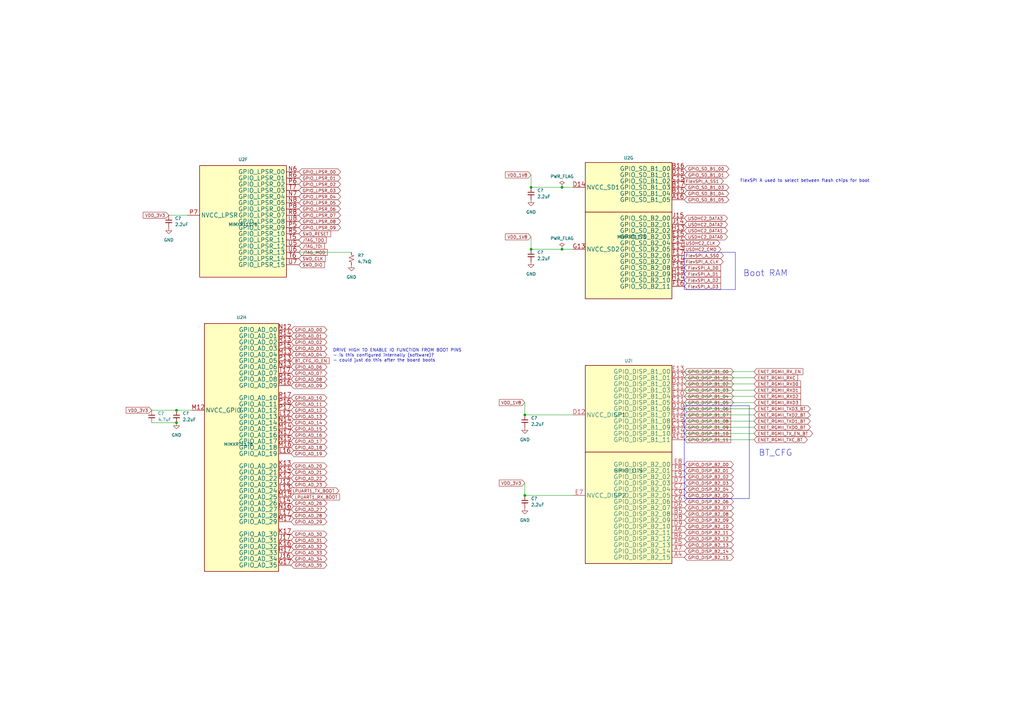
<source format=kicad_sch>
(kicad_sch (version 20230121) (generator eeschema)
  (paper "A3")
  (lib_symbols
    (symbol "Device:C_Small" (pin_numbers hide) (pin_names (offset 0.254) hide)
      (property "Reference" "C" (at 0.254 1.778 0))
      (property "Value" "C_Small" (at 0.254 -2.032 0))
      (symbol "C_Small_1_1"
        (pin passive line (at 0 2.54 270) (length 2.032) (name "~") (number "1"))
        (pin passive line (at 0 -2.54 90) (length 2.032) (name "~") (number "2"))
      )
    )
    (symbol "Device:R_Small_US" (pin_numbers hide) (pin_names (offset 0.254) hide)
      (property "Reference" "R" (at 0.762 0.508 0))
      (property "Value" "R_Small_US" (at 0.762 -1.016 0))
      (symbol "R_Small_US_1_1"
        (pin passive line (at 0 2.54 270) (length 1.016) (name "~") (number "1"))
        (pin passive line (at 0 -2.54 90) (length 1.016) (name "~") (number "2"))
      )
    )
    (symbol "adcs:MIMXRT1176"
      (property "Reference" "U" (at -13.97 50.8 0))
      (symbol "MIMXRT1176_0_2"
        (pin bidirectional line (at 25.4 -15.24 180) (length 5.08) (name "GPIO_SNVS_02") (number "L9"))
        (pin bidirectional line (at 25.4 -17.78 180) (length 5.08) (name "GPIO_SNVS_03") (number "M10"))
        (pin bidirectional line (at 25.4 -25.4 180) (length 5.08) (name "GPIO_SNVS_06") (number "M9"))
        (pin bidirectional line (at 25.4 -20.32 180) (length 5.08) (name "GPIO_SNVS_04") (number "N10"))
        (pin bidirectional line (at 25.4 -30.48 180) (length 5.08) (name "GPIO_SNVS_08") (number "N9"))
        (pin bidirectional line (at 25.4 -12.7 180) (length 5.08) (name "GPIO_SNVS_01") (number "P10"))
        (pin bidirectional line (at 25.4 -22.86 180) (length 5.08) (name "GPIO_SNVS_05") (number "P9"))
        (pin bidirectional line (at 25.4 -10.16 180) (length 5.08) (name "GPIO_SNVS_00") (number "R10"))
        (pin bidirectional line (at 25.4 -33.02 180) (length 5.08) (name "GPIO_SNVS_09") (number "R11"))
        (pin bidirectional line (at 25.4 -27.94 180) (length 5.08) (name "GPIO_SNVS_07") (number "R9"))
        (pin input line (at 25.4 20.32 180) (length 5.08) (name "~{POR}") (number "T10"))
        (pin input line (at 25.4 -2.54 180) (length 5.08) (name "TEST_MODE") (number "T11"))
        (pin input line (at -25.4 11.43 0) (length 5.08) (name "RTC_XTALI") (number "T13"))
        (pin power_in line (at -25.4 17.78 0) (length 5.08) (name "VDD_SNVS_DIG") (number "T14"))
        (pin passive line (at 25.4 25.4 180) (length 5.08) (name "WAKEUP") (number "T8"))
        (pin passive line (at 25.4 10.16 180) (length 5.08) (name "PMIC_STBY_REQ") (number "T9"))
        (pin input line (at 25.4 30.48 180) (length 5.08) (name "ONOFF") (number "U10"))
        (pin passive line (at -25.4 -20.32 0) (length 5.08) (name "NVCC_SNVS") (number "U11"))
        (pin power_in line (at -25.4 30.48 0) (length 5.08) (name "VDD_SNVS_IN") (number "U12"))
        (pin output line (at -25.4 3.81 0) (length 5.08) (name "RTC_XTALO") (number "U13"))
        (pin power_in line (at -25.4 25.4 0) (length 5.08) (name "VDD_SNVS_ANA") (number "U14"))
        (pin passive line (at 25.4 5.08 180) (length 5.08) (name "PMIC_ON_REQ") (number "U9"))
      )
      (symbol "MIMXRT1176_1_1"
        (text "(internal LDO output)" (at -20.32 27.432 0) (effects (font (size 1.27 1.27)) (justify left bottom)))
        (text "(internal LDO output)" (at -20.066 20.066 0) (effects (font (size 1.27 1.27)) (justify left bottom)))
        (pin bidirectional line (at 25.4 -15.24 180) (length 5.08) (name "GPIO_SNVS_02") (number "L9"))
        (pin bidirectional line (at 25.4 -17.78 180) (length 5.08) (name "GPIO_SNVS_03") (number "M10"))
        (pin bidirectional line (at 25.4 -25.4 180) (length 5.08) (name "GPIO_SNVS_06") (number "M9"))
        (pin bidirectional line (at 25.4 -20.32 180) (length 5.08) (name "GPIO_SNVS_04") (number "N10"))
        (pin bidirectional line (at 25.4 -30.48 180) (length 5.08) (name "GPIO_SNVS_08") (number "N9"))
        (pin bidirectional line (at 25.4 -12.7 180) (length 5.08) (name "GPIO_SNVS_01") (number "P10"))
        (pin bidirectional line (at 25.4 -22.86 180) (length 5.08) (name "GPIO_SNVS_05") (number "P9"))
        (pin bidirectional line (at 25.4 -10.16 180) (length 5.08) (name "GPIO_SNVS_00") (number "R10"))
        (pin bidirectional line (at 25.4 -33.02 180) (length 5.08) (name "GPIO_SNVS_09") (number "R11"))
        (pin bidirectional line (at 25.4 -27.94 180) (length 5.08) (name "GPIO_SNVS_07") (number "R9"))
        (pin input line (at 25.4 20.32 180) (length 5.08) (name "~{POR}") (number "T10"))
        (pin input line (at 25.4 -2.54 180) (length 5.08) (name "TEST_MODE") (number "T11"))
        (pin input line (at -25.4 11.43 0) (length 5.08) (name "RTC_XTALI") (number "T13"))
        (pin power_in line (at -25.4 17.78 0) (length 5.08) (name "VDD_SNVS_DIG") (number "T14"))
        (pin passive line (at 25.4 25.4 180) (length 5.08) (name "WAKEUP") (number "T8"))
        (pin passive line (at 25.4 10.16 180) (length 5.08) (name "PMIC_STBY_REQ") (number "T9"))
        (pin input line (at 25.4 30.48 180) (length 5.08) (name "ONOFF") (number "U10"))
        (pin passive line (at -25.4 -20.32 0) (length 5.08) (name "NVCC_SNVS") (number "U11"))
        (pin power_in line (at -25.4 30.48 0) (length 5.08) (name "VDD_SNVS_IN") (number "U12"))
        (pin output line (at -25.4 3.81 0) (length 5.08) (name "RTC_XTALO") (number "U13"))
        (pin power_in line (at -25.4 25.4 0) (length 5.08) (name "VDD_SNVS_ANA") (number "U14"))
        (pin passive line (at 25.4 5.08 180) (length 5.08) (name "PMIC_ON_REQ") (number "U9"))
      )
      (symbol "MIMXRT1176_2_1"
        (text "(internal LDO output)" (at -22.86 5.842 0) (effects (font (size 1.27 1.27)) (justify left bottom)))
        (text "(internal LDO output)" (at -22.86 13.716 0) (effects (font (size 1.27 1.27)) (justify left bottom)))
        (text "(internal LDO output)" (at -1.016 -9.398 0) (effects (font (size 1.27 1.27)) (justify left bottom)))
        (pin passive line (at 27.94 6.35 180) (length 5.08) (name "ADC_VREFH") (number "G16"))
        (pin passive line (at -27.94 -6.35 0) (length 5.08) (name "VDD_SOC_IN_3") (number "H10"))
        (pin passive line (at -27.94 -1.27 0) (length 5.08) (name "VDD_SOC_IN_1") (number "H8"))
        (pin passive line (at -27.94 -3.81 0) (length 5.08) (name "VDD_SOC_IN_2") (number "H9"))
        (pin passive line (at -27.94 -13.97 0) (length 5.08) (name "VDD_SOC_IN_6") (number "J10"))
        (pin power_in line (at 27.94 11.43 180) (length 5.08) (name "VDDA_ADC_3P3") (number "J13"))
        (pin passive line (at -27.94 -8.89 0) (length 5.08) (name "VDD_SOC_IN_4") (number "J8"))
        (pin passive line (at -27.94 -11.43 0) (length 5.08) (name "VDD_SOC_IN_5") (number "J9"))
        (pin passive line (at -27.94 -16.51 0) (length 5.08) (name "VDD_SOC_IN_7") (number "K10"))
        (pin power_in line (at 27.94 1.27 180) (length 5.08) (name "VDDA_ADC_1P8") (number "K15"))
        (pin power_in line (at 27.94 -3.81 180) (length 5.08) (name "VDDA_1P8_IN") (number "M11"))
        (pin power_in line (at 27.94 -16.51 180) (length 5.08) (name "VDDA_1P0") (number "N11"))
        (pin power_in line (at -27.94 3.81 0) (length 5.08) (name "VDD_LPSR_DIG") (number "P11"))
        (pin power_in line (at -27.94 11.43 0) (length 5.08) (name "VDD_LPSR_ANA") (number "P12"))
        (pin power_in line (at -27.94 19.05 0) (length 5.08) (name "VDD_LPSR_IN") (number "R12"))
      )
      (symbol "MIMXRT1176_3_1"
        (pin power_in line (at 25.4 -8.89 180) (length 5.08) (name "DCDC_GND_1") (number "K6"))
        (pin power_in line (at 25.4 -11.43 180) (length 5.08) (name "DCDC_GND_2") (number "K7"))
        (pin passive line (at 25.4 3.81 180) (length 5.08) (name "DCDC_DIG_1") (number "K8"))
        (pin passive line (at 25.4 1.27 180) (length 5.08) (name "DCDC_DIG_2") (number "K9"))
        (pin passive line (at -25.4 11.43 0) (length 5.08) (name "DCDC_IN_Q") (number "L5"))
        (pin power_in line (at 25.4 -13.97 180) (length 5.08) (name "DCDC_GND_3") (number "L6"))
        (pin passive line (at 25.4 -3.81 180) (length 5.08) (name "DCDC_DIG_SENSE") (number "L7"))
        (pin passive line (at 25.4 -1.27 180) (length 5.08) (name "DCDC_DIG_3") (number "L8"))
        (pin passive line (at -25.4 16.51 0) (length 5.08) (name "DCDC_IN_1") (number "M5"))
        (pin passive line (at 25.4 8.89 180) (length 5.08) (name "DCDC_ANA_SENSE") (number "M6"))
        (pin passive line (at 25.4 13.97 180) (length 5.08) (name "DCDC_ANA_1") (number "M7"))
        (pin passive line (at 25.4 11.43 180) (length 5.08) (name "DCDC_ANA_2") (number "M8"))
        (pin passive line (at -25.4 -13.97 0) (length 5.08) (name "DCDC_MODE") (number "N4"))
        (pin passive line (at -25.4 13.97 0) (length 5.08) (name "DCDC_IN_2") (number "N5"))
        (pin passive line (at -25.4 6.35 0) (length 5.08) (name "DCDC_PSWITCH") (number "P3"))
        (pin passive line (at -25.4 1.27 0) (length 5.08) (name "DCDC_LP_1") (number "T3"))
        (pin passive line (at -25.4 -6.35 0) (length 5.08) (name "DCDC_LN_1") (number "T4"))
        (pin passive line (at -25.4 -1.27 0) (length 5.08) (name "DCDC_LP_2") (number "U3"))
        (pin passive line (at -25.4 -8.89 0) (length 5.08) (name "DCDC_LN_2") (number "U4"))
      )
      (symbol "MIMXRT1176_4_1"
        (pin power_in line (at -15.24 20.32 0) (length 5.08) (name "VSS_1") (number "A1"))
        (pin power_in line (at -15.24 17.78 0) (length 5.08) (name "VSS_2") (number "A17"))
        (pin power_in line (at -15.24 15.24 0) (length 5.08) (name "VSS_3") (number "B7"))
        (pin power_in line (at -15.24 10.16 0) (length 5.08) (name "VSS_5") (number "C10"))
        (pin power_in line (at -15.24 7.62 0) (length 5.08) (name "VSS_6") (number "C12"))
        (pin power_in line (at -15.24 5.08 0) (length 5.08) (name "VSS_7") (number "C14"))
        (pin power_in line (at -15.24 12.7 0) (length 5.08) (name "VSS_4") (number "C8"))
        (pin power_in line (at -15.24 2.54 0) (length 5.08) (name "VSS_8") (number "D4"))
        (pin power_in line (at -15.24 0 0) (length 5.08) (name "VSS_9") (number "F11"))
        (pin power_in line (at -15.24 -2.54 0) (length 5.08) (name "VSS_10") (number "F12"))
        (pin power_in line (at -15.24 -5.08 0) (length 5.08) (name "VSS_11") (number "F13"))
        (pin power_in line (at -15.24 -17.78 0) (length 5.08) (name "VSS_16") (number "G10"))
        (pin power_in line (at -15.24 -20.32 0) (length 5.08) (name "VSS_17") (number "G11"))
        (pin power_in line (at 15.24 20.32 180) (length 5.08) (name "VSS_18") (number "G15"))
        (pin power_in line (at -15.24 -7.62 0) (length 5.08) (name "VSS_12") (number "G3"))
        (pin power_in line (at -15.24 -10.16 0) (length 5.08) (name "VSS_13") (number "G7"))
        (pin power_in line (at -15.24 -12.7 0) (length 5.08) (name "VSS_14") (number "G8"))
        (pin power_in line (at -15.24 -15.24 0) (length 5.08) (name "VSS_15") (number "G9"))
        (pin power_in line (at 15.24 15.24 180) (length 5.08) (name "VSS_20") (number "H11"))
        (pin power_in line (at 15.24 17.78 180) (length 5.08) (name "VSS_19") (number "H7"))
        (pin power_in line (at 15.24 10.16 180) (length 5.08) (name "VSS_22") (number "J11"))
        (pin power_in line (at 15.24 12.7 180) (length 5.08) (name "VSS_21") (number "J7"))
        (pin power_in line (at 15.24 7.62 180) (length 5.08) (name "VSS_23") (number "K11"))
        (pin power_in line (at 15.24 2.54 180) (length 5.08) (name "VSS_25") (number "L10"))
        (pin power_in line (at 15.24 0 180) (length 5.08) (name "VSS_26") (number "L11"))
        (pin power_in line (at 15.24 -2.54 180) (length 5.08) (name "VSS_27") (number "L15"))
        (pin power_in line (at 15.24 5.08 180) (length 5.08) (name "VSS_24") (number "L3"))
        (pin power_in line (at 15.24 -7.62 180) (length 5.08) (name "VSS_29") (number "P14"))
        (pin power_in line (at 15.24 -5.08 180) (length 5.08) (name "VSS_28") (number "P4"))
        (pin power_in line (at 15.24 -20.32 180) (length 5.08) (name "VSS_34") (number "R4"))
        (pin power_in line (at 15.24 -10.16 180) (length 5.08) (name "VSS_30") (number "R7"))
        (pin power_in line (at 15.24 -12.7 180) (length 5.08) (name "VSS_31") (number "T12"))
        (pin power_in line (at 15.24 -15.24 180) (length 5.08) (name "VSS_32") (number "U1"))
        (pin power_in line (at 15.24 -17.78 180) (length 5.08) (name "VSS_33") (number "U17"))
      )
      (symbol "MIMXRT1176_5_1"
        (text "VDD_LPSR_ANA~{Domain}" (at 17.78 6.35 0) (effects (font (size 2.54 2.54) bold)))
        (text "VDDA_1P8_IN~{Domain}" (at -19.05 -11.43 0) (effects (font (size 2.54 2.54) bold)))
        (text "VDDA_ADC_1P8~{Domain}" (at -20.32 -1.27 0) (effects (font (size 2.54 2.54) bold)))
        (pin passive line (at 20.32 -1.27 180) (length 5.08) (name "DAC_OUT") (number "H16"))
        (pin passive line (at 20.32 -11.43 180) (length 5.08) (name "CLK1_N") (number "T15"))
        (pin output line (at -20.32 8.89 0) (length 5.08) (name "XTALO") (number "T16"))
        (pin passive line (at 20.32 -8.89 180) (length 5.08) (name "CLK1_P") (number "U15"))
        (pin input line (at -20.32 16.51 0) (length 5.08) (name "XTALI") (number "U16"))
      )
      (symbol "MIMXRT1176_6_1"
        (pin bidirectional line (at 22.86 20.32 180) (length 5.08) (name "GPIO_LPSR_00") (number "N6"))
        (pin bidirectional line (at 22.86 10.16 180) (length 5.08) (name "GPIO_LPSR_04") (number "N7"))
        (pin bidirectional line (at 22.86 7.62 180) (length 5.08) (name "GPIO_LPSR_05") (number "N8"))
        (pin bidirectional line (at 22.86 -2.54 180) (length 5.08) (name "GPIO_LPSR_09") (number "P5"))
        (pin bidirectional line (at 22.86 15.24 180) (length 5.08) (name "GPIO_LPSR_02") (number "P6"))
        (pin passive line (at -22.86 2.54 0) (length 5.08) (name "NVCC_LPSR") (number "P7"))
        (pin bidirectional line (at 22.86 5.08 180) (length 5.08) (name "GPIO_LPSR_06") (number "P8"))
        (pin bidirectional line (at 22.86 -5.08 180) (length 5.08) (name "GPIO_LPSR_10") (number "R5"))
        (pin bidirectional line (at 22.86 17.78 180) (length 5.08) (name "GPIO_LPSR_01") (number "R6"))
        (pin bidirectional line (at 22.86 2.54 180) (length 5.08) (name "GPIO_LPSR_07") (number "R8"))
        (pin bidirectional line (at 22.86 -7.62 180) (length 5.08) (name "GPIO_LPSR_11") (number "T5"))
        (pin bidirectional line (at 22.86 -15.24 180) (length 5.08) (name "GPIO_LPSR_14") (number "T6"))
        (pin bidirectional line (at 22.86 12.7 180) (length 5.08) (name "GPIO_LPSR_03") (number "T7"))
        (pin bidirectional line (at 22.86 -10.16 180) (length 5.08) (name "GPIO_LPSR_12") (number "U5"))
        (pin bidirectional line (at 22.86 -12.7 180) (length 5.08) (name "GPIO_LPSR_13") (number "U6"))
        (pin bidirectional line (at 22.86 -17.78 180) (length 5.08) (name "GPIO_LPSR_15") (number "U7"))
        (pin bidirectional line (at 22.86 0 180) (length 5.08) (name "GPIO_LPSR_08") (number "U8"))
      )
      (symbol "MIMXRT1176_7_1"
        (pin bidirectional line (at 21.59 13.97 180) (length 5.08) (name "GPIO_SD_B1_05") (number "A16"))
        (pin bidirectional line (at 21.59 16.51 180) (length 5.08) (name "GPIO_SD_B1_04") (number "B15"))
        (pin bidirectional line (at 21.59 26.67 180) (length 5.08) (name "GPIO_SD_B1_00") (number "B16"))
        (pin bidirectional line (at 21.59 19.05 180) (length 5.08) (name "GPIO_SD_B1_03") (number "B17"))
        (pin bidirectional line (at 21.59 21.59 180) (length 5.08) (name "GPIO_SD_B1_02") (number "C15"))
        (pin power_in line (at -24.13 19.05 0) (length 5.08) (name "NVCC_SD1") (number "D14"))
        (pin bidirectional line (at 21.59 24.13 180) (length 5.08) (name "GPIO_SD_B1_01") (number "D15"))
        (pin bidirectional line (at 21.59 -6.35 180) (length 5.08) (name "GPIO_SD_B2_05") (number "E14"))
        (pin bidirectional line (at 21.59 -1.27 180) (length 5.08) (name "GPIO_SD_B2_03") (number "E15"))
        (pin bidirectional line (at 21.59 -3.81 180) (length 5.08) (name "GPIO_SD_B2_04") (number "F14"))
        (pin bidirectional line (at 21.59 -13.97 180) (length 5.08) (name "GPIO_SD_B2_08") (number "F15"))
        (pin bidirectional line (at 21.59 -21.59 180) (length 5.08) (name "GPIO_SD_B2_11") (number "F16"))
        (pin bidirectional line (at 21.59 -8.89 180) (length 5.08) (name "GPIO_SD_B2_06") (number "F17"))
        (pin power_in line (at -24.13 -6.35 0) (length 5.08) (name "NVCC_SD2") (number "G13"))
        (pin bidirectional line (at 21.59 -11.43 180) (length 5.08) (name "GPIO_SD_B2_07") (number "G14"))
        (pin bidirectional line (at 21.59 1.27 180) (length 5.08) (name "GPIO_SD_B2_02") (number "H13"))
        (pin bidirectional line (at 21.59 -19.05 180) (length 5.08) (name "GPIO_SD_B2_10") (number "H14"))
        (pin bidirectional line (at 21.59 -16.51 180) (length 5.08) (name "GPIO_SD_B2_09") (number "H15"))
        (pin bidirectional line (at 21.59 3.81 180) (length 5.08) (name "GPIO_SD_B2_01") (number "J14"))
        (pin bidirectional line (at 21.59 6.35 180) (length 5.08) (name "GPIO_SD_B2_00") (number "J15"))
      )
      (symbol "MIMXRT1176_8_1"
        (pin bidirectional line (at 21.59 -50.8 180) (length 5.08) (name "GPIO_AD_35") (number "G17"))
        (pin bidirectional line (at 21.59 -45.72 180) (length 5.08) (name "GPIO_AD_33") (number "H17"))
        (pin bidirectional line (at 21.59 -17.78 180) (length 5.08) (name "GPIO_AD_23") (number "J12"))
        (pin bidirectional line (at 21.59 -48.26 180) (length 5.08) (name "GPIO_AD_34") (number "J16"))
        (pin bidirectional line (at 21.59 -40.64 180) (length 5.08) (name "GPIO_AD_31") (number "J17"))
        (pin bidirectional line (at 21.59 -15.24 180) (length 5.08) (name "GPIO_AD_22") (number "K12"))
        (pin bidirectional line (at 21.59 -10.16 180) (length 5.08) (name "GPIO_AD_20") (number "K13"))
        (pin bidirectional line (at 21.59 -12.7 180) (length 5.08) (name "GPIO_AD_21") (number "K14"))
        (pin bidirectional line (at 21.59 -43.18 180) (length 5.08) (name "GPIO_AD_32") (number "K16"))
        (pin bidirectional line (at 21.59 -38.1 180) (length 5.08) (name "GPIO_AD_30") (number "K17"))
        (pin bidirectional line (at 21.59 10.16 180) (length 5.08) (name "GPIO_AD_13") (number "L12"))
        (pin bidirectional line (at 21.59 -20.32 180) (length 5.08) (name "GPIO_AD_24") (number "L13"))
        (pin bidirectional line (at 21.59 -25.4 180) (length 5.08) (name "GPIO_AD_26") (number "L14"))
        (pin bidirectional line (at 21.59 -5.08 180) (length 5.08) (name "GPIO_AD_19") (number "L16"))
        (pin bidirectional line (at 21.59 -30.48 180) (length 5.08) (name "GPIO_AD_28") (number "L17"))
        (pin power_in line (at -19.05 12.7 0) (length 5.08) (name "NVCC_GPIO") (number "M12"))
        (pin bidirectional line (at 21.59 35.56 180) (length 5.08) (name "GPIO_AD_04") (number "M13"))
        (pin bidirectional line (at 21.59 5.08 180) (length 5.08) (name "GPIO_AD_15") (number "M14"))
        (pin bidirectional line (at 21.59 -22.86 180) (length 5.08) (name "GPIO_AD_25") (number "M15"))
        (pin bidirectional line (at 21.59 -2.54 180) (length 5.08) (name "GPIO_AD_18") (number "M16"))
        (pin bidirectional line (at 21.59 -33.02 180) (length 5.08) (name "GPIO_AD_29") (number "M17"))
        (pin bidirectional line (at 21.59 45.72 180) (length 5.08) (name "GPIO_AD_00") (number "N12"))
        (pin bidirectional line (at 21.59 30.48 180) (length 5.08) (name "GPIO_AD_06") (number "N13"))
        (pin bidirectional line (at 21.59 7.62 180) (length 5.08) (name "GPIO_AD_14") (number "N14"))
        (pin bidirectional line (at 21.59 0 180) (length 5.08) (name "GPIO_AD_17") (number "N15"))
        (pin bidirectional line (at 21.59 -27.94 180) (length 5.08) (name "GPIO_AD_27") (number "N16"))
        (pin bidirectional line (at 21.59 2.54 180) (length 5.08) (name "GPIO_AD_16") (number "N17"))
        (pin bidirectional line (at 21.59 33.02 180) (length 5.08) (name "GPIO_AD_05") (number "P13"))
        (pin bidirectional line (at 21.59 38.1 180) (length 5.08) (name "GPIO_AD_03") (number "P15"))
        (pin bidirectional line (at 21.59 15.24 180) (length 5.08) (name "GPIO_AD_11") (number "P16"))
        (pin bidirectional line (at 21.59 12.7 180) (length 5.08) (name "GPIO_AD_12") (number "P17"))
        (pin bidirectional line (at 21.59 40.64 180) (length 5.08) (name "GPIO_AD_02") (number "R13"))
        (pin bidirectional line (at 21.59 43.18 180) (length 5.08) (name "GPIO_AD_01") (number "R14"))
        (pin bidirectional line (at 21.59 25.4 180) (length 5.08) (name "GPIO_AD_08") (number "R15"))
        (pin bidirectional line (at 21.59 22.86 180) (length 5.08) (name "GPIO_AD_09") (number "R16"))
        (pin bidirectional line (at 21.59 17.78 180) (length 5.08) (name "GPIO_AD_10") (number "R17"))
        (pin bidirectional line (at 21.59 27.94 180) (length 5.08) (name "GPIO_AD_07") (number "T17"))
      )
      (symbol "MIMXRT1176_9_1"
        (pin bidirectional line (at 22.86 11.43 180) (length 5.08) (name "GPIO_DISP_B1_11") (number "A14"))
        (pin bidirectional line (at 22.86 19.05 180) (length 5.08) (name "GPIO_DISP_B1_08") (number "A15"))
        (pin bidirectional line (at 22.86 -36.83 180) (length 5.08) (name "GPIO_DISP_B2_15") (number "A4"))
        (pin bidirectional line (at 22.86 -31.75 180) (length 5.08) (name "GPIO_DISP_B2_13") (number "A5"))
        (pin bidirectional line (at 22.86 -26.67 180) (length 5.08) (name "GPIO_DISP_B2_11") (number "A6"))
        (pin bidirectional line (at 22.86 -34.29 180) (length 5.08) (name "GPIO_DISP_B2_14") (number "A7"))
        (pin bidirectional line (at 22.86 13.97 180) (length 5.08) (name "GPIO_DISP_B1_10") (number "B14"))
        (pin bidirectional line (at 22.86 -19.05 180) (length 5.08) (name "GPIO_DISP_B2_08") (number "B5"))
        (pin bidirectional line (at 22.86 -29.21 180) (length 5.08) (name "GPIO_DISP_B2_12") (number "B6"))
        (pin bidirectional line (at 22.86 26.67 180) (length 5.08) (name "GPIO_DISP_B1_05") (number "C11"))
        (pin bidirectional line (at 22.86 16.51 180) (length 5.08) (name "GPIO_DISP_B1_09") (number "C13"))
        (pin bidirectional line (at 22.86 -13.97 180) (length 5.08) (name "GPIO_DISP_B2_06") (number "C6"))
        (pin bidirectional line (at 22.86 -8.89 180) (length 5.08) (name "GPIO_DISP_B2_04") (number "C7"))
        (pin bidirectional line (at 22.86 -11.43 180) (length 5.08) (name "GPIO_DISP_B2_05") (number "C9"))
        (pin bidirectional line (at 22.86 24.13 180) (length 5.08) (name "GPIO_DISP_B1_06") (number "D10"))
        (pin bidirectional line (at 22.86 34.29 180) (length 5.08) (name "GPIO_DISP_B1_02") (number "D11"))
        (pin passive line (at -22.86 21.59 0) (length 5.08) (name "NVCC_DISP1") (number "D12"))
        (pin bidirectional line (at 22.86 36.83 180) (length 5.08) (name "GPIO_DISP_B1_01") (number "D13"))
        (pin bidirectional line (at 22.86 -16.51 180) (length 5.08) (name "GPIO_DISP_B2_07") (number "D6"))
        (pin bidirectional line (at 22.86 -6.35 180) (length 5.08) (name "GPIO_DISP_B2_03") (number "D7"))
        (pin bidirectional line (at 22.86 -21.59 180) (length 5.08) (name "GPIO_DISP_B2_09") (number "D8"))
        (pin bidirectional line (at 22.86 -24.13 180) (length 5.08) (name "GPIO_DISP_B2_10") (number "D9"))
        (pin bidirectional line (at 22.86 29.21 180) (length 5.08) (name "GPIO_DISP_B1_04") (number "E10"))
        (pin bidirectional line (at 22.86 31.75 180) (length 5.08) (name "GPIO_DISP_B1_03") (number "E11"))
        (pin bidirectional line (at 22.86 21.59 180) (length 5.08) (name "GPIO_DISP_B1_07") (number "E12"))
        (pin bidirectional line (at 22.86 39.37 180) (length 5.08) (name "GPIO_DISP_B1_00") (number "E13"))
        (pin passive line (at -22.86 -11.43 0) (length 5.08) (name "NVCC_DISP2") (number "E7"))
        (pin bidirectional line (at 22.86 1.27 180) (length 5.08) (name "GPIO_DISP_B2_00") (number "E8"))
        (pin bidirectional line (at 22.86 -3.81 180) (length 5.08) (name "GPIO_DISP_B2_02") (number "E9"))
        (pin bidirectional line (at 22.86 -1.27 180) (length 5.08) (name "GPIO_DISP_B2_01") (number "F8"))
      )
      (symbol "MIMXRT1176_10_1"
        (pin bidirectional line (at 25.4 54.61 180) (length 5.08) (name "GPIO_EMC_B1_10") (number "A2"))
        (pin bidirectional line (at 25.4 59.69 180) (length 5.08) (name "GPIO_EMC_B1_09") (number "A3"))
        (pin bidirectional line (at 25.4 44.45 180) (length 5.08) (name "GPIO_EMC_B1_14") (number "B1"))
        (pin bidirectional line (at 25.4 19.05 180) (length 5.08) (name "GPIO_EMC_B1_23") (number "B2"))
        (pin bidirectional line (at 25.4 36.83 180) (length 5.08) (name "GPIO_EMC_B1_17") (number "B3"))
        (pin bidirectional line (at 25.4 34.29 180) (length 5.08) (name "GPIO_EMC_B1_18") (number "B4"))
        (pin bidirectional line (at 25.4 41.91 180) (length 5.08) (name "GPIO_EMC_B1_15") (number "C1"))
        (pin bidirectional line (at 25.4 52.07 180) (length 5.08) (name "GPIO_EMC_B1_11") (number "C2"))
        (pin bidirectional line (at 25.4 26.67 180) (length 5.08) (name "GPIO_EMC_B1_20") (number "C3"))
        (pin bidirectional line (at 25.4 31.75 180) (length 5.08) (name "GPIO_EMC_B1_19") (number "C4"))
        (pin bidirectional line (at 25.4 49.53 180) (length 5.08) (name "GPIO_EMC_B1_12") (number "C5"))
        (pin bidirectional line (at 25.4 -6.35 180) (length 5.08) (name "GPIO_EMC_B1_32") (number "D1"))
        (pin bidirectional line (at 25.4 -3.81 180) (length 5.08) (name "GPIO_EMC_B1_31") (number "D2"))
        (pin bidirectional line (at 25.4 39.37 180) (length 5.08) (name "GPIO_EMC_B1_16") (number "D3"))
        (pin bidirectional line (at 25.4 46.99 180) (length 5.08) (name "GPIO_EMC_B1_13") (number "D5"))
        (pin bidirectional line (at 25.4 -11.43 180) (length 5.08) (name "GPIO_EMC_B1_34") (number "E1"))
        (pin bidirectional line (at 25.4 -8.89 180) (length 5.08) (name "GPIO_EMC_B1_33") (number "E2"))
        (pin bidirectional line (at 25.4 -1.27 180) (length 5.08) (name "GPIO_EMC_B1_30") (number "E3"))
        (pin bidirectional line (at 25.4 74.93 180) (length 5.08) (name "GPIO_EMC_B1_03") (number "E4"))
        (pin bidirectional line (at 25.4 6.35 180) (length 5.08) (name "GPIO_EMC_B1_28") (number "E5"))
        (pin bidirectional line (at 25.4 3.81 180) (length 5.08) (name "GPIO_EMC_B1_29") (number "E6"))
        (pin bidirectional line (at 25.4 -13.97 180) (length 5.08) (name "GPIO_EMC_B1_35") (number "F1"))
        (pin bidirectional line (at 25.4 80.01 180) (length 5.08) (name "GPIO_EMC_B1_01") (number "F2"))
        (pin bidirectional line (at 25.4 82.55 180) (length 5.08) (name "GPIO_EMC_B1_00") (number "F3"))
        (pin bidirectional line (at 25.4 69.85 180) (length 5.08) (name "GPIO_EMC_B1_05") (number "F4"))
        (pin bidirectional line (at 25.4 62.23 180) (length 5.08) (name "GPIO_EMC_B1_08") (number "F5"))
        (pin power_in line (at -25.4 31.75 0) (length 5.08) (name "NVCC_EMC1_2") (number "F6"))
        (pin power_in line (at -25.4 34.29 0) (length 5.08) (name "NVCC_EMC1_1") (number "F7"))
        (pin bidirectional line (at 25.4 -16.51 180) (length 5.08) (name "GPIO_EMC_B1_36") (number "G1"))
        (pin bidirectional line (at 25.4 24.13 180) (length 5.08) (name "GPIO_EMC_B1_21") (number "G2"))
        (pin bidirectional line (at 25.4 77.47 180) (length 5.08) (name "GPIO_EMC_B1_02") (number "G4"))
        (pin bidirectional line (at 25.4 8.89 180) (length 5.08) (name "GPIO_EMC_B1_27") (number "G5"))
        (pin power_in line (at -25.4 29.21 0) (length 5.08) (name "NVCC_EMC1_3") (number "G6"))
        (pin bidirectional line (at 25.4 -19.05 180) (length 5.08) (name "GPIO_EMC_B1_37") (number "H1"))
        (pin bidirectional line (at 25.4 21.59 180) (length 5.08) (name "GPIO_EMC_B1_22") (number "H2"))
        (pin bidirectional line (at 25.4 64.77 180) (length 5.08) (name "GPIO_EMC_B1_07") (number "H3"))
        (pin bidirectional line (at 25.4 67.31 180) (length 5.08) (name "GPIO_EMC_B1_06") (number "H4"))
        (pin bidirectional line (at 25.4 72.39 180) (length 5.08) (name "GPIO_EMC_B1_04") (number "H5"))
        (pin power_in line (at -25.4 -59.69 0) (length 5.08) (name "NVCC_EMC2_1") (number "H6"))
        (pin bidirectional line (at 25.4 -21.59 180) (length 5.08) (name "GPIO_EMC_B1_38") (number "J1"))
        (pin bidirectional line (at 25.4 -24.13 180) (length 5.08) (name "GPIO_EMC_B1_39") (number "J2"))
        (pin bidirectional line (at 25.4 11.43 180) (length 5.08) (name "GPIO_EMC_B1_26") (number "J3"))
        (pin bidirectional line (at 25.4 13.97 180) (length 5.08) (name "GPIO_EMC_B1_25") (number "J4"))
        (pin bidirectional line (at 25.4 16.51 180) (length 5.08) (name "GPIO_EMC_B1_24") (number "J5"))
        (pin power_in line (at -25.4 -62.23 0) (length 5.08) (name "NVCC_EMC2_2") (number "J6"))
        (pin bidirectional line (at 25.4 -26.67 180) (length 5.08) (name "GPIO_EMC_B1_40") (number "K1"))
        (pin bidirectional line (at 25.4 -39.37 180) (length 5.08) (name "GPIO_EMC_B2_00") (number "K2"))
        (pin bidirectional line (at 25.4 -44.45 180) (length 5.08) (name "GPIO_EMC_B2_02") (number "K3"))
        (pin bidirectional line (at 25.4 -41.91 180) (length 5.08) (name "GPIO_EMC_B2_01") (number "K4"))
        (pin bidirectional line (at 25.4 -74.93 180) (length 5.08) (name "GPIO_EMC_B2_13") (number "K5"))
        (pin bidirectional line (at 25.4 -29.21 180) (length 5.08) (name "GPIO_EMC_B1_41") (number "L1"))
        (pin bidirectional line (at 25.4 -80.01 180) (length 5.08) (name "GPIO_EMC_B2_15") (number "L2"))
        (pin bidirectional line (at 25.4 -69.85 180) (length 5.08) (name "GPIO_EMC_B2_11") (number "L4"))
        (pin bidirectional line (at 25.4 -49.53 180) (length 5.08) (name "GPIO_EMC_B2_04") (number "M1"))
        (pin bidirectional line (at 25.4 -72.39 180) (length 5.08) (name "GPIO_EMC_B2_12") (number "M2"))
        (pin bidirectional line (at 25.4 -57.15 180) (length 5.08) (name "GPIO_EMC_B2_07") (number "M3"))
        (pin bidirectional line (at 25.4 -77.47 180) (length 5.08) (name "GPIO_EMC_B2_14") (number "M4"))
        (pin bidirectional line (at 25.4 -52.07 180) (length 5.08) (name "GPIO_EMC_B2_05") (number "N1"))
        (pin bidirectional line (at 25.4 -62.23 180) (length 5.08) (name "GPIO_EMC_B2_09") (number "N2"))
        (pin bidirectional line (at 25.4 -87.63 180) (length 5.08) (name "GPIO_EMC_B2_18") (number "N3"))
        (pin bidirectional line (at 25.4 -59.69 180) (length 5.08) (name "GPIO_EMC_B2_08") (number "P1"))
        (pin bidirectional line (at 25.4 -82.55 180) (length 5.08) (name "GPIO_EMC_B2_16") (number "P2"))
        (pin bidirectional line (at 25.4 -46.99 180) (length 5.08) (name "GPIO_EMC_B2_03") (number "R1"))
        (pin bidirectional line (at 25.4 -67.31 180) (length 5.08) (name "GPIO_EMC_B2_10") (number "R2"))
        (pin bidirectional line (at 25.4 -92.71 180) (length 5.08) (name "GPIO_EMC_B2_20") (number "R3"))
        (pin bidirectional line (at 25.4 -54.61 180) (length 5.08) (name "GPIO_EMC_B2_06") (number "T1"))
        (pin bidirectional line (at 25.4 -85.09 180) (length 5.08) (name "GPIO_EMC_B2_17") (number "T2"))
        (pin bidirectional line (at 25.4 -90.17 180) (length 5.08) (name "GPIO_EMC_B2_19") (number "U2"))
      )
      (symbol "MIMXRT1176_11_1"
        (pin passive line (at 22.86 -12.7 180) (length 5.08) (name "MIPI_DSI_DN1") (number "A10"))
        (pin input line (at 22.86 17.78 180) (length 5.08) (name "MIPI_CSI_DN0") (number "A11"))
        (pin passive line (at 22.86 2.54 180) (length 5.08) (name "MIPI_CSI_CKN") (number "A12"))
        (pin input line (at 22.86 10.16 180) (length 5.08) (name "MIPI_CSI_DN1") (number "A13"))
        (pin passive line (at 22.86 -5.08 180) (length 5.08) (name "MIPI_DSI_D0_N") (number "A8"))
        (pin passive line (at 22.86 -20.32 180) (length 5.08) (name "MIPI_DSI_CKN") (number "A9"))
        (pin passive line (at 22.86 -10.16 180) (length 5.08) (name "MIPI_DSI_DP1") (number "B10"))
        (pin input line (at 22.86 20.32 180) (length 5.08) (name "MIPI_CSI_DP0") (number "B11"))
        (pin passive line (at 22.86 5.08 180) (length 5.08) (name "MIPI_CSI_CKP") (number "B12"))
        (pin input line (at 22.86 12.7 180) (length 5.08) (name "MIPI_CSI_DP1") (number "B13"))
        (pin passive line (at 22.86 -2.54 180) (length 5.08) (name "MIPI_DSI_D0_P") (number "B8"))
        (pin passive line (at 22.86 -17.78 180) (length 5.08) (name "MIPI_DSI_CKP") (number "B9"))
        (pin power_in line (at -22.86 -7.62 0) (length 5.08) (name "VDD_MIPI_1P0") (number "F10"))
        (pin power_in line (at -22.86 7.62 0) (length 5.08) (name "VDD_MIPI_1P8") (number "F9"))
      )
      (symbol "MIMXRT1176_12_1"
        (pin passive line (at 20.32 -5.08 180) (length 5.08) (name "USB2_DN") (number "C16"))
        (pin passive line (at 20.32 -2.54 180) (length 5.08) (name "USB2_DP") (number "C17"))
        (pin passive line (at -20.32 -7.62 0) (length 5.08) (name "USB2_VBUS") (number "D16"))
        (pin passive line (at -20.32 -2.54 0) (length 5.08) (name "USB1_VBUS") (number "D17"))
        (pin passive line (at 20.32 5.08 180) (length 5.08) (name "USB1_DN") (number "E16"))
        (pin passive line (at 20.32 7.62 180) (length 5.08) (name "USB1_DP") (number "E17"))
        (pin power_in line (at -20.32 2.54 0) (length 5.08) (name "VDD_USB_3P3") (number "G12"))
        (pin power_in line (at -20.32 7.62 0) (length 5.08) (name "VDD_USB_1P8") (number "H12"))
      )
    )
    (symbol "power:GND" (power) (pin_names (offset 0))
      (property "Value" "GND" (at 0 -3.81 0))
      (symbol "GND_1_1"
        (pin power_in line (at 0 0 270) (length 0) hide (name "GND") (number "1"))
      )
    )
    (symbol "power:PWR_FLAG" (power) (pin_numbers hide) (pin_names (offset 0) hide)
      (property "Value" "PWR_FLAG" (at 0 3.81 0))
      (symbol "PWR_FLAG_0_0"
        (pin power_out line (at 0 0 90) (length 0) (name "pwr") (number "1"))
      )
    )
  )
  (junction (at 217.805 102.235))
  (junction (at 217.805 76.835))
  (junction (at 230.505 102.235))
  (junction (at 215.265 203.2))
  (junction (at 72.39 173.355))
  (junction (at 72.39 168.275))
  (junction (at 230.505 76.835))
  (junction (at 215.265 170.18))
  (wire (pts (xy 280.67 162.56) (xy 309.245 162.56)))
  (wire (pts (xy 215.265 198.12) (xy 215.265 203.2)))
  (wire (pts (xy 217.805 76.835) (xy 230.505 76.835)))
  (wire (pts (xy 62.23 168.275) (xy 72.39 168.275)))
  (wire (pts (xy 215.265 203.2) (xy 234.95 203.2)))
  (wire (pts (xy 309.245 177.8) (xy 280.67 177.8)))
  (wire (pts (xy 72.39 168.275) (xy 78.74 168.275)))
  (wire (pts (xy 217.805 102.235) (xy 230.505 102.235)))
  (wire (pts (xy 280.67 157.48) (xy 309.245 157.48)))
  (wire (pts (xy 309.245 172.72) (xy 280.67 172.72)))
  (wire (pts (xy 122.555 103.505) (xy 144.145 103.505)))
  (wire (pts (xy 215.265 170.18) (xy 234.95 170.18)))
  (wire (pts (xy 230.505 76.835) (xy 234.95 76.835)))
  (wire (pts (xy 309.245 175.26) (xy 280.67 175.26)))
  (wire (pts (xy 309.245 170.18) (xy 280.67 170.18)))
  (wire (pts (xy 280.67 152.4) (xy 309.245 152.4)))
  (wire (pts (xy 309.245 180.34) (xy 280.67 180.34)))
  (wire (pts (xy 280.67 165.1) (xy 309.245 165.1)))
  (wire (pts (xy 62.23 173.355) (xy 72.39 173.355)))
  (wire (pts (xy 69.215 88.265) (xy 76.835 88.265)))
  (wire (pts (xy 215.265 165.1) (xy 215.265 170.18)))
  (wire (pts (xy 230.505 102.235) (xy 234.95 102.235)))
  (wire (pts (xy 280.67 154.94) (xy 309.245 154.94)))
  (wire (pts (xy 309.245 167.64) (xy 280.67 167.64)))
  (wire (pts (xy 217.805 97.155) (xy 217.805 102.235)))
  (wire (pts (xy 280.67 160.02) (xy 309.245 160.02)))
  (wire (pts (xy 217.805 71.755) (xy 217.805 76.835)))
  (rectangle (start 280.67 103.505) (end 301.625 118.745))
  (rectangle (start 280.67 166.37) (end 307.34 204.47))
  (text "FlexSPI A used to select between flash chips for boot\n" (at 303.53 74.93 0) (effects (font (size 1.27 1.27)) (justify left bottom)))
  (text "DRIVE HIGH TO ENABLE IO FUNCTION FROM BOOT PINS\n- is this configured internally (software)?\n- could just do this after the board boots" (at 136.525 148.59 0) (effects (font (size 1.27 1.27)) (justify left bottom)))
  (text "Boot RAM\n" (at 304.8 113.665 0) (effects (font (size 2.54 2.54)) (justify left bottom)))
  (text "BT_CFG" (at 311.15 187.325 0) (effects (font (size 2.54 2.54)) (justify left bottom)))
  (global_label "GPIO_DISP_B1_11" (shape input) (at 280.67 180.34 0) (property "Intersheetrefs" "${INTERSHEET_REFS}" (effects hide)))
  (global_label "GPIO_DISP_B2_09" (shape bidirectional) (at 280.67 213.36 0) (property "Intersheetrefs" "${INTERSHEET_REFS}" (effects hide)))
  (global_label "GPIO_AD_16" (shape bidirectional) (at 119.38 178.435 0) (property "Intersheetrefs" "${INTERSHEET_REFS}" (effects hide)))
  (global_label "GPIO_AD_33" (shape bidirectional) (at 119.38 226.695 0) (property "Intersheetrefs" "${INTERSHEET_REFS}" (effects hide)))
  (global_label "GPIO_AD_13" (shape bidirectional) (at 119.38 170.815 0) (property "Intersheetrefs" "${INTERSHEET_REFS}" (effects hide)))
  (global_label "GPIO_SD_B1_03" (shape bidirectional) (at 280.67 76.835 0) (property "Intersheetrefs" "${INTERSHEET_REFS}" (effects hide)))
  (global_label "GPIO_AD_30" (shape bidirectional) (at 119.38 219.075 0) (property "Intersheetrefs" "${INTERSHEET_REFS}" (effects hide)))
  (global_label "GPIO_DISP_B1_10" (shape input) (at 280.67 177.8 0) (property "Intersheetrefs" "${INTERSHEET_REFS}" (effects hide)))
  (global_label "GPIO_AD_02" (shape bidirectional) (at 119.38 140.335 0) (property "Intersheetrefs" "${INTERSHEET_REFS}" (effects hide)))
  (global_label "VDD_3V3" (shape input) (at 69.215 88.265 180) (property "Intersheetrefs" "${INTERSHEET_REFS}" (effects hide)))
  (global_label "GPIO_AD_23" (shape bidirectional) (at 119.38 198.755 0) (property "Intersheetrefs" "${INTERSHEET_REFS}" (effects hide)))
  (global_label "VDD_1V8" (shape input) (at 217.805 71.755 180) (property "Intersheetrefs" "${INTERSHEET_REFS}" (effects hide)))
  (global_label "GPIO_AD_29" (shape bidirectional) (at 119.38 213.995 0) (property "Intersheetrefs" "${INTERSHEET_REFS}" (effects hide)))
  (global_label "USDHC2_DATA3" (shape bidirectional) (at 280.67 89.535 0) (property "Intersheetrefs" "${INTERSHEET_REFS}" (effects hide)))
  (global_label "FlexSPI_A_SS1" (shape output) (at 280.67 74.295 0) (property "Intersheetrefs" "${INTERSHEET_REFS}" (effects hide)))
  (global_label "USDHC2_CLK" (shape output) (at 280.67 99.695 0) (property "Intersheetrefs" "${INTERSHEET_REFS}" (effects hide)))
  (global_label "GPIO_DISP_B2_06" (shape bidirectional) (at 280.67 205.74 0) (property "Intersheetrefs" "${INTERSHEET_REFS}" (effects hide)))
  (global_label "LPUART1_TX_BOOT" (shape output) (at 119.38 201.295 0) (property "Intersheetrefs" "${INTERSHEET_REFS}" (effects hide)))
  (global_label "FlexSPI_A_D2" (shape input) (at 280.67 114.935 0) (property "Intersheetrefs" "${INTERSHEET_REFS}" (effects hide)))
  (global_label "GPIO_AD_26" (shape bidirectional) (at 119.38 206.375 0) (property "Intersheetrefs" "${INTERSHEET_REFS}" (effects hide)))
  (global_label "GPIO_LPSR_04" (shape bidirectional) (at 122.555 80.645 0) (property "Intersheetrefs" "${INTERSHEET_REFS}" (effects hide)))
  (global_label "GPIO_DISP_B2_14" (shape bidirectional) (at 280.67 226.06 0) (property "Intersheetrefs" "${INTERSHEET_REFS}" (effects hide)))
  (global_label "GPIO_DISP_B2_12" (shape bidirectional) (at 280.67 220.98 0) (property "Intersheetrefs" "${INTERSHEET_REFS}" (effects hide)))
  (global_label "GPIO_DISP_B2_00" (shape bidirectional) (at 280.67 190.5 0) (property "Intersheetrefs" "${INTERSHEET_REFS}" (effects hide)))
  (global_label "FlexSPI_A_D3" (shape input) (at 280.67 117.475 0) (property "Intersheetrefs" "${INTERSHEET_REFS}" (effects hide)))
  (global_label "GPIO_LPSR_06" (shape bidirectional) (at 122.555 85.725 0) (property "Intersheetrefs" "${INTERSHEET_REFS}" (effects hide)))
  (global_label "ENET_RGMII_RXD0" (shape input) (at 309.245 157.48 0) (property "Intersheetrefs" "${INTERSHEET_REFS}" (effects hide)))
  (global_label "GPIO_SD_B1_04" (shape bidirectional) (at 280.67 79.375 0) (property "Intersheetrefs" "${INTERSHEET_REFS}" (effects hide)))
  (global_label "GPIO_AD_34" (shape bidirectional) (at 119.38 229.235 0) (property "Intersheetrefs" "${INTERSHEET_REFS}" (effects hide)))
  (global_label "GPIO_AD_10" (shape bidirectional) (at 119.38 163.195 0) (property "Intersheetrefs" "${INTERSHEET_REFS}" (effects hide)))
  (global_label "GPIO_AD_04" (shape bidirectional) (at 119.38 145.415 0) (property "Intersheetrefs" "${INTERSHEET_REFS}" (effects hide)))
  (global_label "USDHC2_DATA1" (shape bidirectional) (at 280.67 94.615 0) (property "Intersheetrefs" "${INTERSHEET_REFS}" (effects hide)))
  (global_label "GPIO_LPSR_00" (shape bidirectional) (at 122.555 70.485 0) (property "Intersheetrefs" "${INTERSHEET_REFS}" (effects hide)))
  (global_label "GPIO_LPSR_07" (shape bidirectional) (at 122.555 88.265 0) (property "Intersheetrefs" "${INTERSHEET_REFS}" (effects hide)))
  (global_label "VDD_1V8" (shape input) (at 215.265 165.1 180) (property "Intersheetrefs" "${INTERSHEET_REFS}" (effects hide)))
  (global_label "GPIO_AD_01" (shape bidirectional) (at 119.38 137.795 0) (property "Intersheetrefs" "${INTERSHEET_REFS}" (effects hide)))
  (global_label "GPIO_DISP_B1_03" (shape bidirectional) (at 280.67 160.02 0) (property "Intersheetrefs" "${INTERSHEET_REFS}" (effects hide)))
  (global_label "GPIO_SD_B1_05" (shape bidirectional) (at 280.67 81.915 0) (property "Intersheetrefs" "${INTERSHEET_REFS}" (effects hide)))
  (global_label "GPIO_LPSR_08" (shape bidirectional) (at 122.555 90.805 0) (property "Intersheetrefs" "${INTERSHEET_REFS}" (effects hide)))
  (global_label "ENET_RGMII_TXD0_BT" (shape bidirectional) (at 309.245 175.26 0) (property "Intersheetrefs" "${INTERSHEET_REFS}" (effects hide)))
  (global_label "ENET_RGMII_TXC_BT" (shape bidirectional) (at 309.245 180.34 0) (property "Intersheetrefs" "${INTERSHEET_REFS}" (effects hide)))
  (global_label "GPIO_AD_11" (shape bidirectional) (at 119.38 165.735 0) (property "Intersheetrefs" "${INTERSHEET_REFS}" (effects hide)))
  (global_label "VDD_3V3" (shape input) (at 215.265 198.12 180) (property "Intersheetrefs" "${INTERSHEET_REFS}" (effects hide)))
  (global_label "GPIO_AD_32" (shape bidirectional) (at 119.38 224.155 0) (property "Intersheetrefs" "${INTERSHEET_REFS}" (effects hide)))
  (global_label "GPIO_DISP_B2_03" (shape bidirectional) (at 280.67 198.12 0) (property "Intersheetrefs" "${INTERSHEET_REFS}" (effects hide)))
  (global_label "GPIO_DISP_B1_04" (shape bidirectional) (at 280.67 162.56 0) (property "Intersheetrefs" "${INTERSHEET_REFS}" (effects hide)))
  (global_label "GPIO_DISP_B2_01" (shape bidirectional) (at 280.67 193.04 0) (property "Intersheetrefs" "${INTERSHEET_REFS}" (effects hide)))
  (global_label "FlexSPI_A_SS0" (shape output) (at 280.67 104.775 0) (property "Intersheetrefs" "${INTERSHEET_REFS}" (effects hide)))
  (global_label "GPIO_LPSR_02" (shape bidirectional) (at 122.555 75.565 0) (property "Intersheetrefs" "${INTERSHEET_REFS}" (effects hide)))
  (global_label "GPIO_DISP_B1_07" (shape input) (at 280.67 170.18 0) (property "Intersheetrefs" "${INTERSHEET_REFS}" (effects hide)))
  (global_label "GPIO_DISP_B2_08" (shape bidirectional) (at 280.67 210.82 0) (property "Intersheetrefs" "${INTERSHEET_REFS}" (effects hide)))
  (global_label "ENET_RGMII_TXD1_BT" (shape bidirectional) (at 309.245 172.72 0) (property "Intersheetrefs" "${INTERSHEET_REFS}" (effects hide)))
  (global_label "ENET_RGMII_TX_EN_BT" (shape bidirectional) (at 309.245 177.8 0) (property "Intersheetrefs" "${INTERSHEET_REFS}" (effects hide)))
  (global_label "GPIO_DISP_B1_08" (shape input) (at 280.67 172.72 0) (property "Intersheetrefs" "${INTERSHEET_REFS}" (effects hide)))
  (global_label "GPIO_DISP_B2_11" (shape bidirectional) (at 280.67 218.44 0) (property "Intersheetrefs" "${INTERSHEET_REFS}" (effects hide)))
  (global_label "ENET_RGMII_TXD2_BT" (shape bidirectional) (at 309.245 170.18 0) (property "Intersheetrefs" "${INTERSHEET_REFS}" (effects hide)))
  (global_label "GPIO_DISP_B1_01" (shape bidirectional) (at 280.67 154.94 0) (property "Intersheetrefs" "${INTERSHEET_REFS}" (effects hide)))
  (global_label "GPIO_AD_15" (shape bidirectional) (at 119.38 175.895 0) (property "Intersheetrefs" "${INTERSHEET_REFS}" (effects hide)))
  (global_label "USDHC2_DATA2" (shape bidirectional) (at 280.67 92.075 0) (property "Intersheetrefs" "${INTERSHEET_REFS}" (effects hide)))
  (global_label "FlexSPI_A_D0" (shape input) (at 280.67 109.855 0) (property "Intersheetrefs" "${INTERSHEET_REFS}" (effects hide)))
  (global_label "GPIO_AD_06" (shape bidirectional) (at 119.38 150.495 0) (property "Intersheetrefs" "${INTERSHEET_REFS}" (effects hide)))
  (global_label "SWD_RESET" (shape input) (at 122.555 95.885 0) (property "Intersheetrefs" "${INTERSHEET_REFS}" (effects hide)))
  (global_label "GPIO_DISP_B2_05" (shape bidirectional) (at 280.67 203.2 0) (property "Intersheetrefs" "${INTERSHEET_REFS}" (effects hide)))
  (global_label "ENET_RGMII_RXD1" (shape input) (at 309.245 160.02 0) (property "Intersheetrefs" "${INTERSHEET_REFS}" (effects hide)))
  (global_label "GPIO_AD_12" (shape bidirectional) (at 119.38 168.275 0) (property "Intersheetrefs" "${INTERSHEET_REFS}" (effects hide)))
  (global_label "GPIO_DISP_B2_15" (shape bidirectional) (at 280.67 228.6 0) (property "Intersheetrefs" "${INTERSHEET_REFS}" (effects hide)))
  (global_label "GPIO_AD_21" (shape bidirectional) (at 119.38 193.675 0) (property "Intersheetrefs" "${INTERSHEET_REFS}" (effects hide)))
  (global_label "GPIO_DISP_B2_02" (shape bidirectional) (at 280.67 195.58 0) (property "Intersheetrefs" "${INTERSHEET_REFS}" (effects hide)))
  (global_label "GPIO_AD_31" (shape bidirectional) (at 119.38 221.615 0) (property "Intersheetrefs" "${INTERSHEET_REFS}" (effects hide)))
  (global_label "GPIO_AD_20" (shape bidirectional) (at 119.38 191.135 0) (property "Intersheetrefs" "${INTERSHEET_REFS}" (effects hide)))
  (global_label "LPUART1_RX_BOOT" (shape input) (at 119.38 203.835 0) (property "Intersheetrefs" "${INTERSHEET_REFS}" (effects hide)))
  (global_label "GPIO_DISP_B2_10" (shape bidirectional) (at 280.67 215.9 0) (property "Intersheetrefs" "${INTERSHEET_REFS}" (effects hide)))
  (global_label "JTAG_TDI" (shape input) (at 122.555 100.965 0) (property "Intersheetrefs" "${INTERSHEET_REFS}" (effects hide)))
  (global_label "USDHC2_CMD" (shape output) (at 280.67 102.235 0) (property "Intersheetrefs" "${INTERSHEET_REFS}" (effects hide)))
  (global_label "GPIO_AD_18" (shape bidirectional) (at 119.38 183.515 0) (property "Intersheetrefs" "${INTERSHEET_REFS}" (effects hide)))
  (global_label "GPIO_DISP_B1_09" (shape input) (at 280.67 175.26 0) (property "Intersheetrefs" "${INTERSHEET_REFS}" (effects hide)))
  (global_label "VDD_3V3" (shape input) (at 62.23 168.275 180) (property "Intersheetrefs" "${INTERSHEET_REFS}" (effects hide)))
  (global_label "GPIO_AD_35" (shape bidirectional) (at 119.38 231.775 0) (property "Intersheetrefs" "${INTERSHEET_REFS}" (effects hide)))
  (global_label "GPIO_AD_19" (shape bidirectional) (at 119.38 186.055 0) (property "Intersheetrefs" "${INTERSHEET_REFS}" (effects hide)))
  (global_label "GPIO_DISP_B2_07" (shape bidirectional) (at 280.67 208.28 0) (property "Intersheetrefs" "${INTERSHEET_REFS}" (effects hide)))
  (global_label "GPIO_SD_B1_00" (shape bidirectional) (at 280.67 69.215 0) (property "Intersheetrefs" "${INTERSHEET_REFS}" (effects hide)))
  (global_label "GPIO_AD_28" (shape bidirectional) (at 119.38 211.455 0) (property "Intersheetrefs" "${INTERSHEET_REFS}" (effects hide)))
  (global_label "JTAG_TDO" (shape input) (at 122.555 98.425 0) (property "Intersheetrefs" "${INTERSHEET_REFS}" (effects hide)))
  (global_label "GPIO_AD_27" (shape bidirectional) (at 119.38 208.915 0) (property "Intersheetrefs" "${INTERSHEET_REFS}" (effects hide)))
  (global_label "SWD_DIO" (shape input) (at 122.555 108.585 0) (property "Intersheetrefs" "${INTERSHEET_REFS}" (effects hide)))
  (global_label "ENET_RGMII_RXD2" (shape input) (at 309.245 162.56 0) (property "Intersheetrefs" "${INTERSHEET_REFS}" (effects hide)))
  (global_label "GPIO_LPSR_03" (shape bidirectional) (at 122.555 78.105 0) (property "Intersheetrefs" "${INTERSHEET_REFS}" (effects hide)))
  (global_label "GPIO_AD_14" (shape bidirectional) (at 119.38 173.355 0) (property "Intersheetrefs" "${INTERSHEET_REFS}" (effects hide)))
  (global_label "VDD_1V8" (shape input) (at 217.805 97.155 180) (property "Intersheetrefs" "${INTERSHEET_REFS}" (effects hide)))
  (global_label "GPIO_LPSR_09" (shape bidirectional) (at 122.555 93.345 0) (property "Intersheetrefs" "${INTERSHEET_REFS}" (effects hide)))
  (global_label "ENET_RGMII_RX_EN" (shape input) (at 309.245 152.4 0) (property "Intersheetrefs" "${INTERSHEET_REFS}" (effects hide)))
  (global_label "GPIO_LPSR_01" (shape bidirectional) (at 122.555 73.025 0) (property "Intersheetrefs" "${INTERSHEET_REFS}" (effects hide)))
  (global_label "GPIO_DISP_B1_00" (shape bidirectional) (at 280.67 152.4 0) (property "Intersheetrefs" "${INTERSHEET_REFS}" (effects hide)))
  (global_label "FlexSPI_A_CLK" (shape output) (at 280.67 107.315 0) (property "Intersheetrefs" "${INTERSHEET_REFS}" (effects hide)))
  (global_label "GPIO_AD_08" (shape bidirectional) (at 119.38 155.575 0) (property "Intersheetrefs" "${INTERSHEET_REFS}" (effects hide)))
  (global_label "GPIO_AD_03" (shape bidirectional) (at 119.38 142.875 0) (property "Intersheetrefs" "${INTERSHEET_REFS}" (effects hide)))
  (global_label "GPIO_DISP_B2_13" (shape bidirectional) (at 280.67 223.52 0) (property "Intersheetrefs" "${INTERSHEET_REFS}" (effects hide)))
  (global_label "USDHC2_DATA0" (shape bidirectional) (at 280.67 97.155 0) (property "Intersheetrefs" "${INTERSHEET_REFS}" (effects hide)))
  (global_label "GPIO_DISP_B1_05" (shape bidirectional) (at 280.67 165.1 0) (property "Intersheetrefs" "${INTERSHEET_REFS}" (effects hide)))
  (global_label "SWD_CLK" (shape input) (at 122.555 106.045 0) (property "Intersheetrefs" "${INTERSHEET_REFS}" (effects hide)))
  (global_label "FlexSPI_A_D1" (shape input) (at 280.67 112.395 0) (property "Intersheetrefs" "${INTERSHEET_REFS}" (effects hide)))
  (global_label "GPIO_AD_09" (shape bidirectional) (at 119.38 158.115 0) (property "Intersheetrefs" "${INTERSHEET_REFS}" (effects hide)))
  (global_label "ENET_RGMII_RXD3" (shape input) (at 309.245 165.1 0) (property "Intersheetrefs" "${INTERSHEET_REFS}" (effects hide)))
  (global_label "GPIO_AD_07" (shape bidirectional) (at 119.38 153.035 0) (property "Intersheetrefs" "${INTERSHEET_REFS}" (effects hide)))
  (global_label "GPIO_LPSR_05" (shape bidirectional) (at 122.555 83.185 0) (property "Intersheetrefs" "${INTERSHEET_REFS}" (effects hide)))
  (global_label "GPIO_AD_00" (shape bidirectional) (at 119.38 135.255 0) (property "Intersheetrefs" "${INTERSHEET_REFS}" (effects hide)))
  (global_label "GPIO_DISP_B1_06" (shape input) (at 280.67 167.64 0) (property "Intersheetrefs" "${INTERSHEET_REFS}" (effects hide)))
  (global_label "GPIO_DISP_B1_02" (shape bidirectional) (at 280.67 157.48 0) (property "Intersheetrefs" "${INTERSHEET_REFS}" (effects hide)))
  (global_label "GPIO_AD_17" (shape bidirectional) (at 119.38 180.975 0) (property "Intersheetrefs" "${INTERSHEET_REFS}" (effects hide)))
  (global_label "ENET_RGMII_RXC" (shape input) (at 309.245 154.94 0) (property "Intersheetrefs" "${INTERSHEET_REFS}" (effects hide)))
  (global_label "BT_CFG_IO_EN" (shape input) (at 119.38 147.955 0) (property "Intersheetrefs" "${INTERSHEET_REFS}" (effects hide)))
  (global_label "GPIO_SD_B1_01" (shape bidirectional) (at 280.67 71.755 0) (property "Intersheetrefs" "${INTERSHEET_REFS}" (effects hide)))
  (global_label "GPIO_AD_22" (shape bidirectional) (at 119.38 196.215 0) (property "Intersheetrefs" "${INTERSHEET_REFS}" (effects hide)))
  (global_label "GPIO_DISP_B2_04" (shape bidirectional) (at 280.67 200.66 0) (property "Intersheetrefs" "${INTERSHEET_REFS}" (effects hide)))
  (global_label "JTAG_MOD" (shape input) (at 122.555 103.505 0) (property "Intersheetrefs" "${INTERSHEET_REFS}" (effects hide)))
  (global_label "ENET_RGMII_TXD3_BT" (shape bidirectional) (at 309.245 167.64 0) (property "Intersheetrefs" "${INTERSHEET_REFS}" (effects hide)))
  (symbol (lib_id "Device:C_Small") (at 217.805 79.375 0) (unit 1)
    (property "Reference" "C?" (at 220.345 78.1113 0) (effects (justify left)))
    (property "Value" "2.2uF" (at 220.345 80.6513 0) (effects (justify left)))
    (property "Footprint" "adcs:Perfect_0201" (effects hide))
    (property "Footprint (for JLCPCB)" "0402" (effects hide))
    (instances (project "cpu_board" (path "" (reference "C?") (unit 1)) (path "" (reference "C49") (unit 1))))
  )
  (symbol (lib_id "Device:C_Small") (at 217.805 104.775 0) (unit 1)
    (property "Reference" "C?" (at 220.345 103.5113 0) (effects (justify left)))
    (property "Value" "2.2uF" (at 220.345 106.0513 0) (effects (justify left)))
    (property "Footprint" "adcs:Perfect_0201" (effects hide))
    (property "Footprint (for JLCPCB)" "0402" (effects hide))
    (instances (project "cpu_board" (path "" (reference "C?") (unit 1)) (path "" (reference "C50") (unit 1))))
  )
  (symbol (lib_id "Device:C_Small") (at 62.23 170.815 0) (unit 1)
    (property "Reference" "C?" (at 64.77 169.5513 0) (effects (justify left)))
    (property "Value" "4.7uF" (at 64.77 172.0913 0) (effects (justify left)))
    (property "Footprint" "adcs:Perfect_0201" (effects hide))
    (property "Footprint (for JLCPCB)" "0402" (effects hide))
    (instances (project "cpu_board" (path "" (reference "C?") (unit 1)) (path "" (reference "C44") (unit 1))))
  )
  (symbol (lib_id "adcs:MIMXRT1176") (at 97.79 180.975 0) (unit 8)
    (property "Reference" "U2" (at 99.06 130.175 0))
    (property "Value" "MIMXRT1176" (at 97.79 182.245 0))
    (property "Footprint" "adcs:U_MIMXRT1176DVMAA_NXP" (effects hide))
    (property "Datasheet" "${KIPRJMOD}/../datasheets/IMXRT1170_processor_manual.pdf" (effects hide))
    (property "Description" "Microcontroller" (effects hide))
    (property "Flight" "MIMXRT1176AVM8A" (effects hide))
    (property "Proto" "MIMXRT1176DVM8A" (effects hide))
    (property "JLCPCB P/N" "C1020267" (effects hide))
    (property "JLCPCB P/N Proto" "C1020268" (effects hide))
  )
  (symbol (lib_id "Device:C_Small") (at 69.215 90.805 0) (unit 1)
    (property "Reference" "C?" (at 71.755 89.5413 0) (effects (justify left)))
    (property "Value" "2.2uF" (at 71.755 92.0813 0) (effects (justify left)))
    (property "Footprint" "adcs:Perfect_0201" (effects hide))
    (property "Footprint (for JLCPCB)" "0402" (effects hide))
    (instances (project "cpu_board" (path "" (reference "C?") (unit 1)) (path "" (reference "C45") (unit 1))))
  )
  (symbol (lib_id "power:GND") (at 215.265 208.28 0) (unit 1)
    (property "Reference" "#PWR039" (effects hide))
    (property "Value" "GND" (at 215.265 213.36 0))
  )
  (symbol (lib_id "adcs:MIMXRT1176") (at 99.695 90.805 0) (unit 6)
    (property "Reference" "U2" (at 99.695 65.405 0))
    (property "Value" "MIMXRT1176" (at 99.695 92.075 0))
    (property "Footprint" "adcs:U_MIMXRT1176DVMAA_NXP" (effects hide))
    (property "Datasheet" "${KIPRJMOD}/../datasheets/IMXRT1170_processor_manual.pdf" (effects hide))
    (property "Description" "Microcontroller" (effects hide))
    (property "Flight" "MIMXRT1176AVM8A" (effects hide))
    (property "Proto" "MIMXRT1176DVM8A" (effects hide))
    (property "JLCPCB P/N" "C1020267" (effects hide))
    (property "JLCPCB P/N Proto" "C1020268" (effects hide))
  )
  (symbol (lib_id "adcs:MIMXRT1176") (at 257.81 191.77 0) (unit 9)
    (property "Reference" "U2" (at 257.81 147.955 0))
    (property "Value" "MIMXRT1176" (at 257.81 193.04 0))
    (property "Footprint" "adcs:U_MIMXRT1176DVMAA_NXP" (effects hide))
    (property "Datasheet" "${KIPRJMOD}/../datasheets/IMXRT1170_processor_manual.pdf" (effects hide))
    (property "Description" "Microcontroller" (effects hide))
    (property "Flight" "MIMXRT1176AVM8A" (effects hide))
    (property "Proto" "MIMXRT1176DVM8A" (effects hide))
    (property "JLCPCB P/N" "C1020267" (effects hide))
    (property "JLCPCB P/N Proto" "C1020268" (effects hide))
  )
  (symbol (lib_id "power:PWR_FLAG") (at 230.505 102.235 0) (unit 1)
    (property "Reference" "#FLG?" (effects hide))
    (property "Value" "PWR_FLAG" (at 230.505 97.79 0))
    (instances (project "cpu_board" (path "" (reference "#FLG?") (unit 1)) (path "" (reference "#FLG012") (unit 1))))
  )
  (symbol (lib_id "adcs:MIMXRT1176") (at 259.08 95.885 0) (unit 7)
    (property "Reference" "U2" (at 257.81 64.77 0))
    (property "Value" "MIMXRT1176" (at 259.08 97.155 0))
    (property "Footprint" "adcs:U_MIMXRT1176DVMAA_NXP" (effects hide))
    (property "Datasheet" "${KIPRJMOD}/../datasheets/IMXRT1170_processor_manual.pdf" (effects hide))
    (property "Description" "Microcontroller" (effects hide))
    (property "Flight" "MIMXRT1176AVM8A" (effects hide))
    (property "Proto" "MIMXRT1176DVM8A" (effects hide))
    (property "JLCPCB P/N" "C1020267" (effects hide))
    (property "JLCPCB P/N Proto" "C1020268" (effects hide))
  )
  (symbol (lib_id "power:PWR_FLAG") (at 230.505 76.835 0) (unit 1)
    (property "Reference" "#FLG?" (effects hide))
    (property "Value" "PWR_FLAG" (at 230.505 72.39 0))
    (instances (project "cpu_board" (path "" (reference "#FLG?") (unit 1)) (path "" (reference "#FLG011") (unit 1))))
  )
  (symbol (lib_id "power:GND") (at 69.215 93.345 0) (unit 1)
    (property "Reference" "#PWR035" (effects hide))
    (property "Value" "GND" (at 69.215 98.425 0))
  )
  (symbol (lib_id "Device:C_Small") (at 72.39 170.815 0) (unit 1)
    (property "Reference" "C?" (at 74.93 169.5513 0) (effects (justify left)))
    (property "Value" "2.2uF" (at 74.93 172.0913 0) (effects (justify left)))
    (property "Footprint" "adcs:Perfect_0201" (effects hide))
    (property "Footprint (for JLCPCB)" "0402" (effects hide))
    (instances (project "cpu_board" (path "" (reference "C?") (unit 1)) (path "" (reference "C46") (unit 1))))
  )
  (symbol (lib_id "Device:R_Small_US") (at 144.145 106.045 180) (unit 1)
    (property "Reference" "R?" (at 146.685 104.775 0) (effects (justify right)))
    (property "Value" "4.7kΩ" (at 146.685 107.315 0) (effects (justify right)))
    (property "Footprint" "adcs:Perfect_0402" (effects hide))
    (property "Footprint (for JLCPCB)" "0402" (effects hide))
    (instances (project "cpu_board" (path "" (reference "R?") (unit 1)) (path "" (reference "R10") (unit 1))))
  )
  (symbol (lib_id "power:GND") (at 217.805 81.915 0) (unit 1)
    (property "Reference" "#PWR040" (effects hide))
    (property "Value" "GND" (at 217.805 86.995 0))
  )
  (symbol (lib_id "power:GND") (at 215.265 175.26 0) (unit 1)
    (property "Reference" "#PWR038" (effects hide))
    (property "Value" "GND" (at 215.265 180.34 0))
  )
  (symbol (lib_id "Device:C_Small") (at 215.265 172.72 0) (unit 1)
    (property "Reference" "C?" (at 217.805 171.4563 0) (effects (justify left)))
    (property "Value" "2.2uF" (at 217.805 173.9963 0) (effects (justify left)))
    (property "Footprint" "adcs:Perfect_0201" (effects hide))
    (property "Footprint (for JLCPCB)" "0402" (effects hide))
    (instances (project "cpu_board" (path "" (reference "C?") (unit 1)) (path "" (reference "C47") (unit 1))))
  )
  (symbol (lib_id "power:GND") (at 144.145 108.585 0) (unit 1)
    (property "Reference" "#PWR037" (effects hide))
    (property "Value" "GND" (at 144.145 113.665 0))
  )
  (symbol (lib_id "power:GND") (at 217.805 107.315 0) (unit 1)
    (property "Reference" "#PWR041" (effects hide))
    (property "Value" "GND" (at 217.805 112.395 0))
  )
  (symbol (lib_id "Device:C_Small") (at 215.265 205.74 0) (unit 1)
    (property "Reference" "C?" (at 217.805 204.4763 0) (effects (justify left)))
    (property "Value" "2.2uF" (at 217.805 207.0163 0) (effects (justify left)))
    (property "Footprint" "adcs:Perfect_0201" (effects hide))
    (property "Footprint (for JLCPCB)" "0402" (effects hide))
    (instances (project "cpu_board" (path "" (reference "C?") (unit 1)) (path "" (reference "C48") (unit 1))))
  )
  (symbol (lib_id "power:GND") (at 72.39 173.355 0) (unit 1)
    (property "Reference" "#PWR036" (effects hide))
    (property "Value" "GND" (at 72.39 178.435 0))
  )
)
</source>
